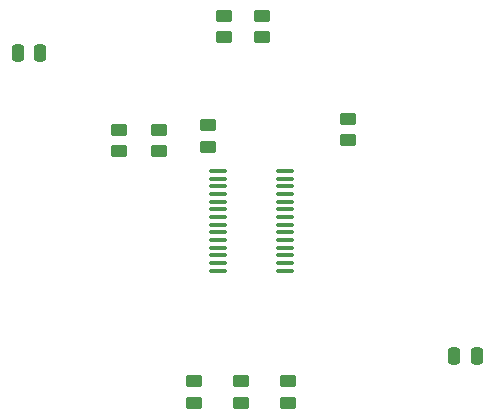
<source format=gbr>
%TF.GenerationSoftware,KiCad,Pcbnew,8.0.4*%
%TF.CreationDate,2024-10-03T18:10:01-05:00*%
%TF.ProjectId,Haptics PWM module,48617074-6963-4732-9050-574d206d6f64,rev?*%
%TF.SameCoordinates,Original*%
%TF.FileFunction,Paste,Top*%
%TF.FilePolarity,Positive*%
%FSLAX46Y46*%
G04 Gerber Fmt 4.6, Leading zero omitted, Abs format (unit mm)*
G04 Created by KiCad (PCBNEW 8.0.4) date 2024-10-03 18:10:01*
%MOMM*%
%LPD*%
G01*
G04 APERTURE LIST*
G04 Aperture macros list*
%AMRoundRect*
0 Rectangle with rounded corners*
0 $1 Rounding radius*
0 $2 $3 $4 $5 $6 $7 $8 $9 X,Y pos of 4 corners*
0 Add a 4 corners polygon primitive as box body*
4,1,4,$2,$3,$4,$5,$6,$7,$8,$9,$2,$3,0*
0 Add four circle primitives for the rounded corners*
1,1,$1+$1,$2,$3*
1,1,$1+$1,$4,$5*
1,1,$1+$1,$6,$7*
1,1,$1+$1,$8,$9*
0 Add four rect primitives between the rounded corners*
20,1,$1+$1,$2,$3,$4,$5,0*
20,1,$1+$1,$4,$5,$6,$7,0*
20,1,$1+$1,$6,$7,$8,$9,0*
20,1,$1+$1,$8,$9,$2,$3,0*%
G04 Aperture macros list end*
%ADD10RoundRect,0.250000X0.450000X-0.262500X0.450000X0.262500X-0.450000X0.262500X-0.450000X-0.262500X0*%
%ADD11RoundRect,0.100000X-0.637500X-0.100000X0.637500X-0.100000X0.637500X0.100000X-0.637500X0.100000X0*%
%ADD12RoundRect,0.250000X-0.450000X0.262500X-0.450000X-0.262500X0.450000X-0.262500X0.450000X0.262500X0*%
%ADD13RoundRect,0.250000X-0.250000X-0.475000X0.250000X-0.475000X0.250000X0.475000X-0.250000X0.475000X0*%
%ADD14RoundRect,0.250000X0.250000X0.475000X-0.250000X0.475000X-0.250000X-0.475000X0.250000X-0.475000X0*%
G04 APERTURE END LIST*
D10*
%TO.C,R6*%
X99138456Y-65455167D03*
X99138456Y-63630167D03*
%TD*%
%TO.C,R5*%
X91591776Y-64011863D03*
X91591776Y-65836863D03*
%TD*%
%TO.C,R4*%
X95000000Y-64000000D03*
X95000000Y-65825000D03*
%TD*%
D11*
%TO.C,U3*%
X100000000Y-67500000D03*
X100000000Y-68150000D03*
X100000000Y-68800000D03*
X100000000Y-69450000D03*
X100000000Y-70100000D03*
X100000000Y-70750000D03*
X100000000Y-71400000D03*
X100000000Y-72050000D03*
X100000000Y-72700000D03*
X100000000Y-73350000D03*
X100000000Y-74000000D03*
X100000000Y-74650000D03*
X100000000Y-75300000D03*
X100000000Y-75950000D03*
X105725000Y-75950000D03*
X105725000Y-75300000D03*
X105725000Y-74650000D03*
X105725000Y-74000000D03*
X105725000Y-73350000D03*
X105725000Y-72700000D03*
X105725000Y-72050000D03*
X105725000Y-71400000D03*
X105725000Y-70750000D03*
X105725000Y-70100000D03*
X105725000Y-69450000D03*
X105725000Y-68800000D03*
X105725000Y-68150000D03*
X105725000Y-67500000D03*
%TD*%
D12*
%TO.C,R9*%
X100540790Y-54354932D03*
X100540790Y-56179932D03*
%TD*%
%TO.C,R8*%
X103723290Y-54354932D03*
X103723290Y-56179932D03*
%TD*%
D10*
%TO.C,R7*%
X111000000Y-64912500D03*
X111000000Y-63087500D03*
%TD*%
D12*
%TO.C,R3*%
X105917136Y-85314573D03*
X105917136Y-87139573D03*
%TD*%
%TO.C,R2*%
X102000000Y-87137500D03*
X102000000Y-85312500D03*
%TD*%
%TO.C,R1*%
X98000000Y-85312500D03*
X98000000Y-87137500D03*
%TD*%
D13*
%TO.C,C2*%
X120000000Y-83180000D03*
X121900000Y-83180000D03*
%TD*%
D14*
%TO.C,C1*%
X83050000Y-57500000D03*
X84950000Y-57500000D03*
%TD*%
M02*

</source>
